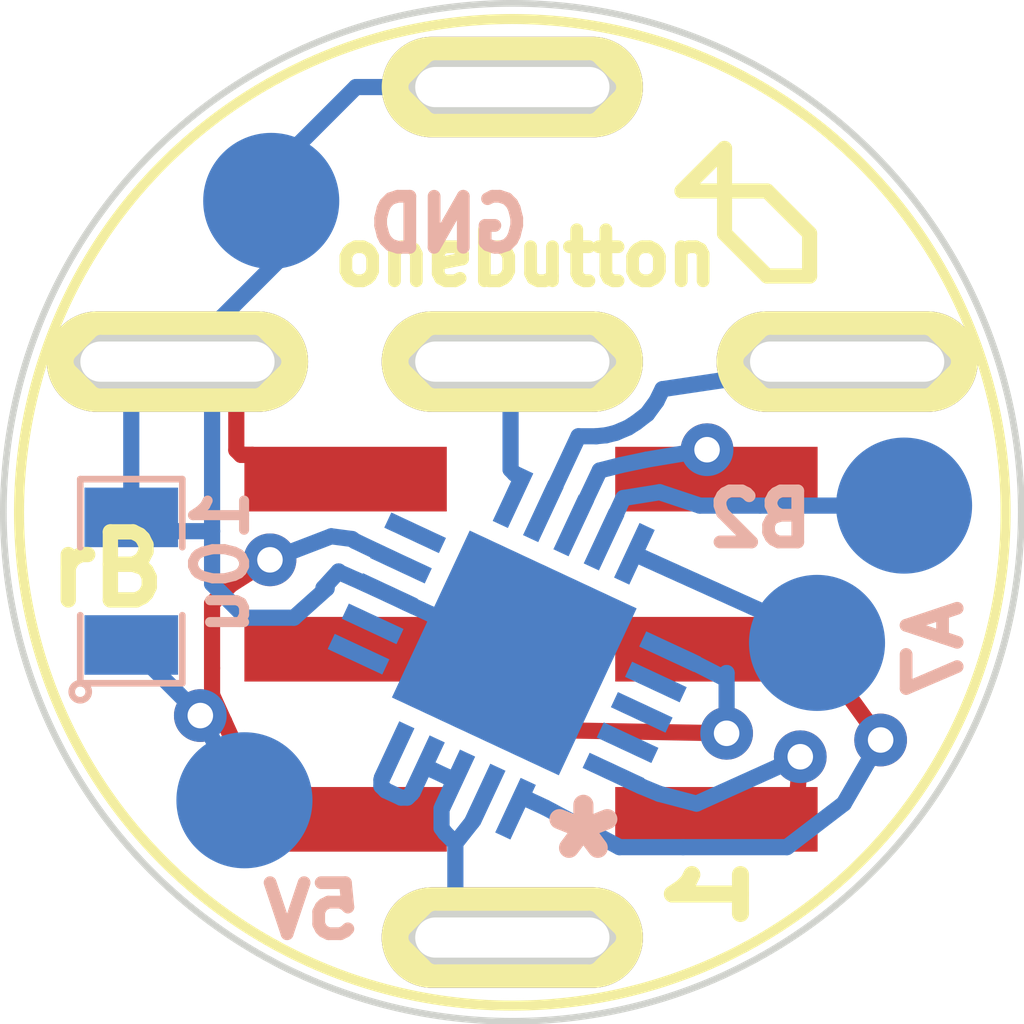
<source format=kicad_pcb>
(kicad_pcb (version 3) (host pcbnew "(2013-jul-07)-stable")

  (general
    (links 21)
    (no_connects 0)
    (area 92.317699 41.4587 107.937033 60.384182)
    (thickness 1.6)
    (drawings 51)
    (tracks 140)
    (zones 0)
    (modules 8)
    (nets 12)
  )

  (page User 139.7 127)
  (layers
    (15 F.Cu signal)
    (0 B.Cu signal)
    (16 B.Adhes user)
    (17 F.Adhes user)
    (18 B.Paste user)
    (19 F.Paste user)
    (20 B.SilkS user)
    (21 F.SilkS user)
    (22 B.Mask user)
    (23 F.Mask user)
    (24 Dwgs.User user)
    (25 Cmts.User user)
    (26 Eco1.User user)
    (27 Eco2.User user)
    (28 Edge.Cuts user)
  )

  (setup
    (last_trace_width 0.2413)
    (trace_clearance 0.2413)
    (zone_clearance 0.508)
    (zone_45_only no)
    (trace_min 0.2413)
    (segment_width 0.2254)
    (edge_width 0.2)
    (via_size 0.7874)
    (via_drill 0.381)
    (via_min_size 0.762)
    (via_min_drill 0.381)
    (uvia_size 0.508)
    (uvia_drill 0.127)
    (uvias_allowed no)
    (uvia_min_size 0.508)
    (uvia_min_drill 0.127)
    (pcb_text_width 0.3)
    (pcb_text_size 1.5 1.5)
    (mod_edge_width 0.15)
    (mod_text_size 1 1)
    (mod_text_width 0.15)
    (pad_size 3.9 1.5)
    (pad_drill 2.9)
    (pad_to_mask_clearance 0.0508)
    (solder_mask_min_width 0.0508)
    (aux_axis_origin 0 0)
    (visible_elements FFFFFFBF)
    (pcbplotparams
      (layerselection 284196865)
      (usegerberextensions true)
      (excludeedgelayer true)
      (linewidth 0.150000)
      (plotframeref false)
      (viasonmask false)
      (mode 1)
      (useauxorigin false)
      (hpglpennumber 1)
      (hpglpenspeed 20)
      (hpglpendiameter 15)
      (hpglpenoverlay 2)
      (psnegative false)
      (psa4output false)
      (plotreference true)
      (plotvalue true)
      (plotothertext true)
      (plotinvisibletext false)
      (padsonsilk false)
      (subtractmaskfromsilk false)
      (outputformat 1)
      (mirror false)
      (drillshape 0)
      (scaleselection 1)
      (outputdirectory t441-onebuttonB-gerbers))
  )

  (net 0 "")
  (net 1 +5V)
  (net 2 GND)
  (net 3 MISO)
  (net 4 MOSI)
  (net 5 N-000008)
  (net 6 N-000009)
  (net 7 RST)
  (net 8 SA)
  (net 9 SB)
  (net 10 SCK)
  (net 11 WS)

  (net_class Default "This is the default net class."
    (clearance 0.2413)
    (trace_width 0.2413)
    (via_dia 0.7874)
    (via_drill 0.381)
    (uvia_dia 0.508)
    (uvia_drill 0.127)
    (add_net "")
    (add_net MISO)
    (add_net MOSI)
    (add_net N-000008)
    (add_net N-000009)
    (add_net RST)
    (add_net SA)
    (add_net SB)
    (add_net SCK)
    (add_net WS)
  )

  (net_class POWER ""
    (clearance 0.2413)
    (trace_width 0.2413)
    (via_dia 0.7874)
    (via_drill 0.381)
    (uvia_dia 0.508)
    (uvia_drill 0.127)
    (add_net +5V)
    (add_net GND)
  )

  (module SM0805 (layer B.Cu) (tedit 552306F7) (tstamp 54D25809)
    (at 94.3102 51.0286 90)
    (path /54D25909)
    (attr smd)
    (fp_text reference C2 (at 0.03 1.75 90) (layer B.SilkS) hide
      (effects (font (size 1 1) (thickness 0.15)) (justify mirror))
    )
    (fp_text value 10u (at 0.2786 1.3398 90) (layer B.SilkS)
      (effects (font (size 0.762 0.762) (thickness 0.15)) (justify mirror))
    )
    (fp_circle (center -1.651 -0.762) (end -1.651 -0.635) (layer B.SilkS) (width 0.09906))
    (fp_line (start -0.508 -0.762) (end -1.524 -0.762) (layer B.SilkS) (width 0.09906))
    (fp_line (start -1.524 -0.762) (end -1.524 0.762) (layer B.SilkS) (width 0.09906))
    (fp_line (start -1.524 0.762) (end -0.508 0.762) (layer B.SilkS) (width 0.09906))
    (fp_line (start 0.508 0.762) (end 1.524 0.762) (layer B.SilkS) (width 0.09906))
    (fp_line (start 1.524 0.762) (end 1.524 -0.762) (layer B.SilkS) (width 0.09906))
    (fp_line (start 1.524 -0.762) (end 0.508 -0.762) (layer B.SilkS) (width 0.09906))
    (pad 1 smd rect (at -0.9525 0 90) (size 0.889 1.397)
      (layers B.Cu B.Paste B.Mask)
      (net 1 +5V)
    )
    (pad 2 smd rect (at 0.9525 0 90) (size 0.889 1.397)
      (layers B.Cu B.Paste B.Mask)
      (net 2 GND)
    )
    (model smd/chip_cms.wrl
      (at (xyz 0 0 0))
      (scale (xyz 0.1 0.1 0.1))
      (rotate (xyz 0 0 0))
    )
  )

  (module RIBBON6SMT (layer F.Cu) (tedit 54E679FA) (tstamp 54D25820)
    (at 97.5106 54.5846 90)
    (path /54D258DD)
    (fp_text reference J1 (at 0 -3.81 90) (layer F.SilkS) hide
      (effects (font (size 1 1) (thickness 0.15)))
    )
    (fp_text value AVRISP6 (at 2.3799 3.0172 90) (layer F.SilkS) hide
      (effects (font (size 1 1) (thickness 0.15)))
    )
    (pad 2 smd rect (at 0 0 90) (size 0.9652 3.0226)
      (layers F.Cu F.Paste F.Mask)
      (net 1 +5V)
    )
    (pad 4 smd rect (at 2.54 0 90) (size 0.9652 3.0226)
      (layers F.Cu F.Paste F.Mask)
      (net 4 MOSI)
    )
    (pad 6 smd rect (at 5.08 0 90) (size 0.9652 3.0226)
      (layers F.Cu F.Paste F.Mask)
      (net 2 GND)
    )
    (pad 1 smd rect (at 0 5.5372 90) (size 0.9652 3.0226)
      (layers F.Cu F.Paste F.Mask)
      (net 3 MISO)
    )
    (pad 3 smd rect (at 2.54 5.5372 90) (size 0.9652 3.0226)
      (layers F.Cu F.Paste F.Mask)
      (net 10 SCK)
    )
    (pad 5 smd rect (at 5.08 5.5372 90) (size 0.9652 3.0226)
      (layers F.Cu F.Paste F.Mask)
      (net 7 RST)
    )
  )

  (module QFN20 (layer B.Cu) (tedit 54E6A80E) (tstamp 54D25839)
    (at 100.0292 52.0999 65)
    (path /54D2587C)
    (fp_text reference U1 (at -2.49428 2.23012 65) (layer B.SilkS) hide
      (effects (font (size 1 1) (thickness 0.15)) (justify mirror))
    )
    (fp_text value ATTINY441-QFN (at -0.21156 3.50368 65) (layer B.SilkS) hide
      (effects (font (size 1 1) (thickness 0.15)) (justify mirror))
    )
    (pad 21 smd rect (at 0 0 65) (size 2.75 2.75)
      (layers B.Cu B.Paste B.Mask)
      (net 2 GND)
    )
    (pad 1 smd rect (at -2.1 1 65) (size 0.9 0.25)
      (layers B.Cu B.Paste B.Mask)
      (net 10 SCK)
    )
    (pad 2 smd rect (at -2.1 0.5 65) (size 0.9 0.25)
      (layers B.Cu B.Paste B.Mask)
      (net 11 WS)
    )
    (pad 3 smd rect (at -2.1 0 65) (size 0.9 0.25)
      (layers B.Cu B.Paste B.Mask)
      (net 11 WS)
    )
    (pad 4 smd rect (at -2.1 -0.5 65) (size 0.9 0.25)
      (layers B.Cu B.Paste B.Mask)
      (net 11 WS)
    )
    (pad 5 smd rect (at -2.1 -1 65) (size 0.9 0.25)
      (layers B.Cu B.Paste B.Mask)
      (net 11 WS)
    )
    (pad 6 smd rect (at -1 -2.1 335) (size 0.9 0.25)
      (layers B.Cu B.Paste B.Mask)
    )
    (pad 7 smd rect (at -0.5 -2.1 335) (size 0.9 0.25)
      (layers B.Cu B.Paste B.Mask)
    )
    (pad 8 smd rect (at 0 -2.1 335) (size 0.9 0.25)
      (layers B.Cu B.Paste B.Mask)
      (net 2 GND)
    )
    (pad 9 smd rect (at 0.5 -2.1 335) (size 0.9 0.25)
      (layers B.Cu B.Paste B.Mask)
      (net 1 +5V)
    )
    (pad 10 smd rect (at 1 -2.1 335) (size 0.9 0.25)
      (layers B.Cu B.Paste B.Mask)
    )
    (pad 11 smd rect (at 2.1 -1 245) (size 0.9 0.25)
      (layers B.Cu B.Paste B.Mask)
      (net 9 SB)
    )
    (pad 12 smd rect (at 2.1 -0.5 245) (size 0.9 0.25)
      (layers B.Cu B.Paste B.Mask)
      (net 8 SA)
    )
    (pad 13 smd rect (at 2.1 0 245) (size 0.9 0.25)
      (layers B.Cu B.Paste B.Mask)
      (net 7 RST)
    )
    (pad 14 smd rect (at 2.1 0.5 245) (size 0.9 0.25)
      (layers B.Cu B.Paste B.Mask)
      (net 5 N-000008)
    )
    (pad 15 smd rect (at 2.1 1 245) (size 0.9 0.25)
      (layers B.Cu B.Paste B.Mask)
      (net 6 N-000009)
    )
    (pad 16 smd rect (at 1 2.1 155) (size 0.9 0.25)
      (layers B.Cu B.Paste B.Mask)
      (net 4 MOSI)
    )
    (pad 17 smd rect (at 0.5 2.1 155) (size 0.9 0.25)
      (layers B.Cu B.Paste B.Mask)
    )
    (pad 18 smd rect (at 0 2.1 155) (size 0.9 0.25)
      (layers B.Cu B.Paste B.Mask)
    )
    (pad 19 smd rect (at -0.5 2.1 155) (size 0.9 0.25)
      (layers B.Cu B.Paste B.Mask)
    )
    (pad 20 smd rect (at -1 2.1 155) (size 0.9 0.25)
      (layers B.Cu B.Paste B.Mask)
      (net 3 MISO)
    )
  )

  (module WS_SWITCH (layer F.Cu) (tedit 54E679ED) (tstamp 54E67376)
    (at 100 50)
    (path /54E66EBF)
    (fp_text reference SW1 (at -0.254 -4.191) (layer F.SilkS) hide
      (effects (font (size 1 1) (thickness 0.15)))
    )
    (fp_text value WS_SWITCH (at 0.127 0.254) (layer F.SilkS) hide
      (effects (font (size 1 1) (thickness 0.15)))
    )
    (fp_circle (center 0 0) (end 7.366 0) (layer F.SilkS) (width 0.15))
    (pad 1 thru_hole oval (at -5 -2.25) (size 3.9 1.5) (drill oval 2.9 0.6)
      (layers *.Cu *.Mask F.SilkS)
      (net 2 GND)
    )
    (pad 2 thru_hole oval (at 0 -2.25) (size 3.9 1.5) (drill oval 2.9 0.6)
      (layers *.Cu *.Mask F.SilkS)
      (net 9 SB)
    )
    (pad 3 thru_hole oval (at 5 -2.25) (size 3.9 1.5) (drill oval 2.9 0.6)
      (layers *.Cu *.Mask F.SilkS)
      (net 8 SA)
    )
    (pad 4 thru_hole oval (at 0 -6.35) (size 3.9 1.5) (drill oval 2.9 0.6)
      (layers *.Cu *.Mask F.SilkS)
      (net 2 GND)
    )
    (pad 5 thru_hole oval (at 0 6.35) (size 3.9 1.5) (drill oval 2.9 0.6)
      (layers *.Cu *.Mask F.SilkS)
      (net 11 WS)
    )
  )

  (module .1SMTPIN (layer B.Cu) (tedit 5523063F) (tstamp 552304F5)
    (at 104.55 51.95)
    (path /552304AD)
    (fp_text reference P1 (at 0 0) (layer B.SilkS) hide
      (effects (font (size 1.524 1.524) (thickness 0.3048)) (justify mirror))
    )
    (fp_text value A7 (at 1.75 0.1 90) (layer B.SilkS)
      (effects (font (size 0.762 0.762) (thickness 0.1905)) (justify mirror))
    )
    (pad 1 smd circle (at 0 0) (size 2.032 2.032)
      (layers B.Cu B.Paste B.Mask)
      (net 6 N-000009)
    )
  )

  (module .1SMTPIN (layer B.Cu) (tedit 5523063B) (tstamp 552304FA)
    (at 105.85 49.9)
    (path /552304F5)
    (fp_text reference P2 (at 0 0) (layer B.SilkS) hide
      (effects (font (size 1.524 1.524) (thickness 0.3048)) (justify mirror))
    )
    (fp_text value B2 (at -2.15 0.2) (layer B.SilkS)
      (effects (font (size 0.762 0.762) (thickness 0.1905)) (justify mirror))
    )
    (pad 1 smd circle (at 0 0) (size 2.032 2.032)
      (layers B.Cu B.Paste B.Mask)
      (net 5 N-000008)
    )
  )

  (module .1SMTPIN (layer B.Cu) (tedit 552306D6) (tstamp 55230698)
    (at 96 54.3)
    (path /5523066C)
    (fp_text reference P3 (at 0 0) (layer B.SilkS) hide
      (effects (font (size 1.524 1.524) (thickness 0.3048)) (justify mirror))
    )
    (fp_text value 5V (at 1 1.65) (layer B.SilkS)
      (effects (font (size 0.762 0.762) (thickness 0.1905)) (justify mirror))
    )
    (pad 1 smd circle (at 0 0) (size 2.032 2.032)
      (layers B.Cu B.Paste B.Mask)
      (net 1 +5V)
    )
  )

  (module .1SMTPIN (layer B.Cu) (tedit 552306FF) (tstamp 5523069D)
    (at 96.4 45.35)
    (path /55230672)
    (fp_text reference P4 (at 0 0) (layer B.SilkS) hide
      (effects (font (size 1.524 1.524) (thickness 0.3048)) (justify mirror))
    )
    (fp_text value GND (at 2.65 0.35) (layer B.SilkS)
      (effects (font (size 0.762 0.762) (thickness 0.1905)) (justify mirror))
    )
    (pad 1 smd circle (at 0 0) (size 2.032 2.032)
      (layers B.Cu B.Paste B.Mask)
      (net 2 GND)
    )
  )

  (gr_text onebutton (at 100.2 46.2) (layer F.SilkS)
    (effects (font (size 0.762 0.762) (thickness 0.1905)))
  )
  (gr_text rB (at 93.95 50.85) (layer F.SilkS)
    (effects (font (size 1.016 1.016) (thickness 0.2286)))
  )
  (gr_line (start 93.55 47.75) (end 93.8 47.5) (angle 90) (layer Edge.Cuts) (width 0.2) (tstamp 552303BD))
  (gr_line (start 93.8 47.5) (end 93.85 47.45) (angle 90) (layer Edge.Cuts) (width 0.2) (tstamp 552303BC))
  (gr_line (start 93.85 47.45) (end 96.15 47.45) (angle 90) (layer Edge.Cuts) (width 0.2) (tstamp 552303BB))
  (gr_line (start 96.15 47.45) (end 96.45 47.75) (angle 90) (layer Edge.Cuts) (width 0.2) (tstamp 552303BA))
  (gr_line (start 96.45 47.75) (end 96.15 48.05) (angle 90) (layer Edge.Cuts) (width 0.2) (tstamp 552303B9))
  (gr_line (start 96.15 48.05) (end 93.85 48.05) (angle 90) (layer Edge.Cuts) (width 0.2) (tstamp 552303B8))
  (gr_line (start 93.85 48.05) (end 93.55 47.75) (angle 90) (layer Edge.Cuts) (width 0.2) (tstamp 552303B7))
  (gr_line (start 98.85 56.65) (end 98.55 56.35) (angle 90) (layer Edge.Cuts) (width 0.2) (tstamp 552303B5))
  (gr_line (start 101.15 56.65) (end 98.85 56.65) (angle 90) (layer Edge.Cuts) (width 0.2) (tstamp 552303B4))
  (gr_line (start 101.45 56.35) (end 101.15 56.65) (angle 90) (layer Edge.Cuts) (width 0.2) (tstamp 552303B3))
  (gr_line (start 101.15 56.05) (end 101.45 56.35) (angle 90) (layer Edge.Cuts) (width 0.2) (tstamp 552303B2))
  (gr_line (start 98.85 56.05) (end 101.15 56.05) (angle 90) (layer Edge.Cuts) (width 0.2) (tstamp 552303B1))
  (gr_line (start 98.8 56.1) (end 98.85 56.05) (angle 90) (layer Edge.Cuts) (width 0.2) (tstamp 552303B0))
  (gr_line (start 98.55 56.35) (end 98.8 56.1) (angle 90) (layer Edge.Cuts) (width 0.2) (tstamp 552303AF))
  (gr_line (start 98.55 47.75) (end 98.8 47.5) (angle 90) (layer Edge.Cuts) (width 0.2) (tstamp 552303AE))
  (gr_line (start 98.8 47.5) (end 98.85 47.45) (angle 90) (layer Edge.Cuts) (width 0.2) (tstamp 552303AD))
  (gr_line (start 98.85 47.45) (end 101.15 47.45) (angle 90) (layer Edge.Cuts) (width 0.2) (tstamp 552303AC))
  (gr_line (start 101.15 47.45) (end 101.45 47.75) (angle 90) (layer Edge.Cuts) (width 0.2) (tstamp 552303AB))
  (gr_line (start 101.45 47.75) (end 101.15 48.05) (angle 90) (layer Edge.Cuts) (width 0.2) (tstamp 552303AA))
  (gr_line (start 101.15 48.05) (end 98.85 48.05) (angle 90) (layer Edge.Cuts) (width 0.2) (tstamp 552303A9))
  (gr_line (start 98.85 48.05) (end 98.55 47.75) (angle 90) (layer Edge.Cuts) (width 0.2) (tstamp 552303A8))
  (gr_line (start 103.85 48.05) (end 103.55 47.75) (angle 90) (layer Edge.Cuts) (width 0.2) (tstamp 55230399))
  (gr_line (start 106.15 48.05) (end 103.85 48.05) (angle 90) (layer Edge.Cuts) (width 0.2) (tstamp 55230398))
  (gr_line (start 106.45 47.75) (end 106.15 48.05) (angle 90) (layer Edge.Cuts) (width 0.2) (tstamp 55230397))
  (gr_line (start 106.15 47.45) (end 106.45 47.75) (angle 90) (layer Edge.Cuts) (width 0.2) (tstamp 55230396))
  (gr_line (start 103.85 47.45) (end 106.15 47.45) (angle 90) (layer Edge.Cuts) (width 0.2) (tstamp 55230395))
  (gr_line (start 103.8 47.5) (end 103.85 47.45) (angle 90) (layer Edge.Cuts) (width 0.2) (tstamp 55230394))
  (gr_line (start 103.55 47.75) (end 103.8 47.5) (angle 90) (layer Edge.Cuts) (width 0.2) (tstamp 55230393))
  (gr_line (start 98.85 43.95) (end 98.55 43.65) (angle 90) (layer Edge.Cuts) (width 0.2))
  (gr_line (start 101.15 43.95) (end 98.85 43.95) (angle 90) (layer Edge.Cuts) (width 0.2))
  (gr_line (start 101.45 43.65) (end 101.15 43.95) (angle 90) (layer Edge.Cuts) (width 0.2))
  (gr_line (start 101.15 43.35) (end 101.45 43.65) (angle 90) (layer Edge.Cuts) (width 0.2))
  (gr_line (start 98.85 43.35) (end 101.15 43.35) (angle 90) (layer Edge.Cuts) (width 0.2))
  (gr_line (start 98.8 43.4) (end 98.85 43.35) (angle 90) (layer Edge.Cuts) (width 0.2))
  (gr_line (start 98.55 43.65) (end 98.8 43.4) (angle 90) (layer Edge.Cuts) (width 0.2))
  (gr_text * (at 101.06152 55.18912) (layer B.SilkS)
    (effects (font (size 1.5 1.5) (thickness 0.3)) (justify mirror))
  )
  (gr_text 1 (at 102.95 55.7 90) (layer F.SilkS)
    (effects (font (size 1.016 1.016) (thickness 0.254)) (justify mirror))
  )
  (gr_circle (center 100 50) (end 107.6 50) (layer Edge.Cuts) (width 0.1))
  (gr_line (start 104.4391 45.8367) (end 104.4391 46.4717) (angle 90) (layer F.SilkS) (width 0.2254))
  (gr_line (start 103.8041 45.2017) (end 104.4391 45.8367) (angle 90) (layer F.SilkS) (width 0.2254))
  (gr_line (start 103.1691 45.2017) (end 103.8041 45.2017) (angle 90) (layer F.SilkS) (width 0.2254))
  (gr_line (start 102.5341 45.2017) (end 103.1691 45.2017) (angle 90) (layer F.SilkS) (width 0.2254))
  (gr_line (start 103.1691 44.5667) (end 102.5341 45.2017) (angle 90) (layer F.SilkS) (width 0.2254))
  (gr_line (start 103.1691 45.2017) (end 103.1691 44.5667) (angle 90) (layer F.SilkS) (width 0.2254))
  (gr_line (start 102.5341 45.2017) (end 103.1691 45.2017) (angle 90) (layer F.SilkS) (width 0.2))
  (gr_line (start 103.1691 45.2017) (end 102.5341 45.2017) (angle 90) (layer F.SilkS) (width 0.2))
  (gr_line (start 103.1691 45.8367) (end 103.1691 45.2017) (angle 90) (layer F.SilkS) (width 0.2254))
  (gr_line (start 103.8041 46.4717) (end 103.1691 45.8367) (angle 90) (layer F.SilkS) (width 0.2254))
  (gr_line (start 104.4391 46.4717) (end 103.8041 46.4717) (angle 90) (layer F.SilkS) (width 0.2254))

  (segment (start 96 54.3) (end 95.34144 53.0352) (width 0.2413) (layer B.Cu) (net 1) (tstamp 552306D5))
  (segment (start 94.3102 51.9811) (end 94.3102 52.00396) (width 0.2413) (layer B.Cu) (net 1))
  (segment (start 95.697173 53.123813) (end 95.697173 53.123812) (width 0.2413) (layer F.Cu) (net 1) (tstamp 54E6C84E))
  (segment (start 95.430053 53.123813) (end 95.697173 53.123813) (width 0.2413) (layer F.Cu) (net 1) (tstamp 54E6C84C))
  (segment (start 95.34144 53.0352) (end 95.430053 53.123813) (width 0.2413) (layer F.Cu) (net 1) (tstamp 54E6C84B))
  (via (at 95.34144 53.0352) (size 0.7874) (layers F.Cu B.Cu) (net 1))
  (segment (start 94.3102 52.00396) (end 95.34144 53.0352) (width 0.2413) (layer B.Cu) (net 1) (tstamp 54E6C847))
  (via (at 96.3812 50.7096) (size 0.7874) (layers F.Cu B.Cu) (net 1))
  (segment (start 97.29724 50.35804) (end 96.3812 50.7096) (width 0.2413) (layer B.Cu) (net 1))
  (segment (start 97.60712 50.39868) (end 97.29724 50.35804) (width 0.2413) (layer B.Cu) (net 1))
  (segment (start 97.64822 50.42838) (end 97.60712 50.39868) (width 0.2413) (layer B.Cu) (net 1))
  (segment (start 98.0407 50.6161) (end 97.64822 50.42838) (width 0.2413) (layer B.Cu) (net 1))
  (segment (start 98.3373 50.7592) (end 98.0407 50.6161) (width 0.2413) (layer B.Cu) (net 1))
  (segment (start 95.7993 51.0792) (end 96.3812 50.7096) (width 0.2413) (layer F.Cu) (net 1))
  (segment (start 95.5165 51.362) (end 95.7993 51.0792) (width 0.2413) (layer F.Cu) (net 1))
  (segment (start 95.5165 52.3272) (end 95.5165 51.362) (width 0.2413) (layer F.Cu) (net 1))
  (segment (start 95.5165 52.7272) (end 95.5165 52.3272) (width 0.2413) (layer F.Cu) (net 1))
  (segment (start 96.12 54.052) (end 95.697173 53.123812) (width 0.2413) (layer F.Cu) (net 1))
  (segment (start 95.697173 53.123812) (end 95.5165 52.7272) (width 0.2413) (layer F.Cu) (net 1) (tstamp 54E6C84F))
  (segment (start 96.12 54.102) (end 96.12 54.052) (width 0.2413) (layer F.Cu) (net 1))
  (segment (start 96.12 54.2227) (end 96.12 54.102) (width 0.2413) (layer F.Cu) (net 1))
  (segment (start 97.5106 54.5846) (end 96.12 54.2227) (width 0.2413) (layer F.Cu) (net 1))
  (segment (start 95.5169 50.28184) (end 94.51594 50.28184) (width 0.2413) (layer B.Cu) (net 2))
  (segment (start 94.51594 50.28184) (end 94.3102 50.0761) (width 0.2413) (layer B.Cu) (net 2) (tstamp 54E6C853))
  (segment (start 94.3102 50.0761) (end 94.3102 48.4398) (width 0.2413) (layer B.Cu) (net 2))
  (segment (start 94.3102 48.4398) (end 95 47.75) (width 0.2413) (layer B.Cu) (net 2) (tstamp 54E6C844))
  (segment (start 96.5475 45.5) (end 96.5475 44.76794) (width 0.2413) (layer B.Cu) (net 2))
  (segment (start 97.66544 43.65) (end 100 43.65) (width 0.2413) (layer B.Cu) (net 2) (tstamp 54E6C832))
  (segment (start 96.5475 44.76794) (end 97.66544 43.65) (width 0.2413) (layer B.Cu) (net 2) (tstamp 54E6C831))
  (segment (start 96.5475 45.5) (end 96.5475 46.2025) (width 0.2413) (layer B.Cu) (net 2))
  (segment (start 96.5475 46.2025) (end 95 47.75) (width 0.2413) (layer B.Cu) (net 2) (tstamp 54E6A7E0))
  (segment (start 98.8914 51.5719) (end 100.0292 52.0999) (width 0.2413) (layer B.Cu) (net 2))
  (segment (start 98.782 51.5209) (end 98.8914 51.5719) (width 0.2413) (layer B.Cu) (net 2))
  (segment (start 98.5323 51.4059) (end 98.782 51.5209) (width 0.2413) (layer B.Cu) (net 2))
  (segment (start 98.4229 51.3549) (end 98.5323 51.4059) (width 0.2413) (layer B.Cu) (net 2))
  (segment (start 98.126 51.2124) (end 98.4229 51.3549) (width 0.2413) (layer B.Cu) (net 2))
  (segment (start 97.8258 51.0771) (end 98.126 51.2124) (width 0.2413) (layer B.Cu) (net 2))
  (segment (start 97.41916 50.89652) (end 97.8258 51.0771) (width 0.2413) (layer B.Cu) (net 2))
  (segment (start 97.40666 50.88422) (end 97.41916 50.89652) (width 0.2413) (layer B.Cu) (net 2))
  (segment (start 97.40576 50.88342) (end 97.40666 50.88422) (width 0.2413) (layer B.Cu) (net 2))
  (segment (start 97.1804 51.1302) (end 97.40576 50.88342) (width 0.2413) (layer B.Cu) (net 2))
  (segment (start 97.22708 51.13756) (end 97.1804 51.1302) (width 0.2413) (layer B.Cu) (net 2))
  (segment (start 96.7392 51.5739) (end 97.22708 51.13756) (width 0.2413) (layer B.Cu) (net 2))
  (segment (start 96.0232 51.5739) (end 96.7392 51.5739) (width 0.2413) (layer B.Cu) (net 2))
  (segment (start 95.5169 51.0676) (end 96.0232 51.5739) (width 0.2413) (layer B.Cu) (net 2))
  (segment (start 95.5169 47.75) (end 95.5169 50.28184) (width 0.2413) (layer B.Cu) (net 2))
  (segment (start 95.5169 50.28184) (end 95.5169 51.0676) (width 0.2413) (layer B.Cu) (net 2) (tstamp 54E6C851))
  (segment (start 95 47.75) (end 95.5169 47.75) (width 0.2413) (layer B.Cu) (net 2))
  (segment (start 95.8786 47.75) (end 95 47.75) (width 0.2413) (layer F.Cu) (net 2))
  (segment (start 95.8786 49.072) (end 95.8786 47.75) (width 0.2413) (layer F.Cu) (net 2))
  (segment (start 95.9493 49.1427) (end 95.8786 49.072) (width 0.2413) (layer F.Cu) (net 2))
  (segment (start 95.9993 49.1427) (end 95.9493 49.1427) (width 0.2413) (layer F.Cu) (net 2))
  (segment (start 96.12 49.1427) (end 95.9993 49.1427) (width 0.2413) (layer F.Cu) (net 2))
  (segment (start 97.5106 49.5046) (end 96.12 49.1427) (width 0.2413) (layer F.Cu) (net 2))
  (via (at 104.3 53.65) (size 0.7874) (layers F.Cu B.Cu) (net 3))
  (segment (start 102.75 54.35) (end 104.3 53.65) (width 0.2413) (layer B.Cu) (net 3))
  (segment (start 102.19436 54.2036) (end 102.75 54.35) (width 0.2413) (layer B.Cu) (net 3))
  (segment (start 101.9319 54.095) (end 102.19436 54.2036) (width 0.2413) (layer B.Cu) (net 3))
  (segment (start 101.9159 54.0876) (end 101.9319 54.095) (width 0.2413) (layer B.Cu) (net 3))
  (segment (start 101.8065 54.0366) (end 101.9159 54.0876) (width 0.2413) (layer B.Cu) (net 3))
  (segment (start 101.5098 53.8937) (end 101.8065 54.0366) (width 0.2413) (layer B.Cu) (net 3))
  (segment (start 103.1229 54.2227) (end 103.0478 54.5846) (width 0.2413) (layer F.Cu) (net 3))
  (segment (start 104.25 54.3) (end 103.1229 54.2227) (width 0.2413) (layer F.Cu) (net 3))
  (segment (start 104.3 53.65) (end 104.25 54.3) (width 0.2413) (layer F.Cu) (net 3))
  (via (at 103.2 53.3) (size 0.7874) (layers F.Cu B.Cu) (net 4))
  (segment (start 103.2 52.4) (end 103.2 53.3) (width 0.2413) (layer B.Cu) (net 4))
  (segment (start 103.1358 52.4616) (end 103.2 52.4) (width 0.2413) (layer B.Cu) (net 4))
  (segment (start 102.6536 52.2156) (end 103.1358 52.4616) (width 0.2413) (layer B.Cu) (net 4))
  (segment (start 102.3551 52.0811) (end 102.6536 52.2156) (width 0.2413) (layer B.Cu) (net 4))
  (segment (start 98.9012 51.6827) (end 97.5106 52.0446) (width 0.2413) (layer F.Cu) (net 4))
  (segment (start 99.0219 51.6827) (end 98.9012 51.6827) (width 0.2413) (layer F.Cu) (net 4))
  (segment (start 99.0719 51.6827) (end 99.0219 51.6827) (width 0.2413) (layer F.Cu) (net 4))
  (segment (start 100.45 53.25) (end 99.0719 51.6827) (width 0.2413) (layer F.Cu) (net 4))
  (segment (start 103.2 53.3) (end 100.45 53.25) (width 0.2413) (layer F.Cu) (net 4))
  (segment (start 101.369852 50.407963) (end 101.65842 49.78654) (width 0.2413) (layer B.Cu) (net 5) (tstamp 5523062C))
  (segment (start 103.7 49.9) (end 105.85 49.9) (width 0.2413) (layer B.Cu) (net 5) (tstamp 55230635))
  (segment (start 102.8 49.9) (end 103.7 49.9) (width 0.2413) (layer B.Cu) (net 5) (tstamp 55230634))
  (segment (start 102.2 49.7) (end 102.8 49.9) (width 0.2413) (layer B.Cu) (net 5) (tstamp 55230632))
  (segment (start 101.65842 49.78654) (end 102.2 49.7) (width 0.2413) (layer B.Cu) (net 5) (tstamp 5523062E))
  (segment (start 101.823006 50.619272) (end 104.55 51.85) (width 0.2413) (layer B.Cu) (net 6) (tstamp 55230610))
  (segment (start 100.916698 50.196654) (end 101.30536 49.37506) (width 0.2413) (layer B.Cu) (net 7) (tstamp 5523087A))
  (segment (start 102.9081 49.06518) (end 103.0478 49.5046) (width 0.2413) (layer F.Cu) (net 7) (tstamp 55230897))
  (via (at 102.9081 49.06518) (size 0.7874) (layers F.Cu B.Cu) (net 7))
  (segment (start 102.80142 49.08042) (end 102.9081 49.06518) (width 0.2413) (layer B.Cu) (net 7) (tstamp 55230894))
  (segment (start 102.01148 49.2125) (end 102.80142 49.08042) (width 0.2413) (layer B.Cu) (net 7) (tstamp 55230890))
  (segment (start 101.61524 49.29632) (end 102.01148 49.2125) (width 0.2413) (layer B.Cu) (net 7) (tstamp 5523088D))
  (segment (start 101.30536 49.37506) (end 101.61524 49.29632) (width 0.2413) (layer B.Cu) (net 7) (tstamp 5523087E))
  (segment (start 100.463544 49.985345) (end 100.98786 48.86452) (width 0.2413) (layer B.Cu) (net 8) (tstamp 55230846))
  (segment (start 102.24262 48.16094) (end 105 47.75) (width 0.2413) (layer B.Cu) (net 8) (tstamp 5523085E))
  (segment (start 102.15372 48.34128) (end 102.24262 48.16094) (width 0.2413) (layer B.Cu) (net 8) (tstamp 5523085B))
  (segment (start 102.01402 48.53178) (end 102.15372 48.34128) (width 0.2413) (layer B.Cu) (net 8) (tstamp 55230858))
  (segment (start 101.84892 48.65878) (end 102.01402 48.53178) (width 0.2413) (layer B.Cu) (net 8) (tstamp 55230856))
  (segment (start 101.72954 48.73498) (end 101.84892 48.65878) (width 0.2413) (layer B.Cu) (net 8) (tstamp 55230855))
  (segment (start 101.54412 48.81372) (end 101.72954 48.73498) (width 0.2413) (layer B.Cu) (net 8) (tstamp 55230853))
  (segment (start 101.40188 48.84928) (end 101.54412 48.81372) (width 0.2413) (layer B.Cu) (net 8) (tstamp 55230850))
  (segment (start 101.25202 48.86452) (end 101.40188 48.84928) (width 0.2413) (layer B.Cu) (net 8) (tstamp 5523084C))
  (segment (start 100.98786 48.86452) (end 101.25202 48.86452) (width 0.2413) (layer B.Cu) (net 8) (tstamp 5523084A))
  (segment (start 100.1449 49.4755) (end 100.0104 49.774) (width 0.2413) (layer B.Cu) (net 9))
  (segment (start 100.0355 49.4245) (end 100.1449 49.4755) (width 0.2413) (layer B.Cu) (net 9))
  (segment (start 99.9739 49.3603) (end 100.0355 49.4245) (width 0.2413) (layer B.Cu) (net 9))
  (segment (start 99.9739 47.75) (end 99.9739 49.3603) (width 0.2413) (layer B.Cu) (net 9))
  (segment (start 100 47.75) (end 99.9739 47.75) (width 0.2413) (layer B.Cu) (net 9))
  (via (at 105.5 53.4) (size 0.7874) (layers F.Cu B.Cu) (net 10))
  (segment (start 104.95 54.35) (end 105.5 53.4) (width 0.2413) (layer B.Cu) (net 10))
  (segment (start 104.1 55) (end 104.95 54.35) (width 0.2413) (layer B.Cu) (net 10))
  (segment (start 102.55 55) (end 104.1 55) (width 0.2413) (layer B.Cu) (net 10))
  (segment (start 101.6 55) (end 102.55 55) (width 0.2413) (layer B.Cu) (net 10))
  (segment (start 100.4943 54.41) (end 101.6 55) (width 0.2413) (layer B.Cu) (net 10))
  (segment (start 100.2471 54.2947) (end 100.4943 54.41) (width 0.2413) (layer B.Cu) (net 10))
  (segment (start 100.1377 54.2437) (end 100.2471 54.2947) (width 0.2413) (layer B.Cu) (net 10))
  (segment (start 100.048 54.4258) (end 100.1377 54.2437) (width 0.2413) (layer B.Cu) (net 10))
  (segment (start 104.3743 52.4065) (end 103.0478 52.0446) (width 0.2413) (layer F.Cu) (net 10))
  (segment (start 104.85 52.5) (end 104.3743 52.4065) (width 0.2413) (layer F.Cu) (net 10))
  (segment (start 105.5 53.4) (end 104.85 52.5) (width 0.2413) (layer F.Cu) (net 10))
  (segment (start 99.1378 54.0013) (end 99.1417 54.0031) (width 0.2413) (layer B.Cu) (net 11))
  (segment (start 99.0284 53.9503) (end 99.1378 54.0013) (width 0.2413) (layer B.Cu) (net 11))
  (segment (start 98.8018 53.8446) (end 99.0284 53.9503) (width 0.2413) (layer B.Cu) (net 11))
  (segment (start 98.6924 53.7936) (end 98.8018 53.8446) (width 0.2413) (layer B.Cu) (net 11))
  (segment (start 98.6885 53.7918) (end 98.6924 53.7936) (width 0.2413) (layer B.Cu) (net 11))
  (segment (start 99.0009 54.3008) (end 99.1417 54.0031) (width 0.2413) (layer B.Cu) (net 11))
  (segment (start 98.9499 54.4102) (end 99.0009 54.3008) (width 0.2413) (layer B.Cu) (net 11))
  (segment (start 98.943 54.4252) (end 98.9499 54.4102) (width 0.2413) (layer B.Cu) (net 11))
  (segment (start 98.943 54.7138) (end 98.943 54.4252) (width 0.2413) (layer B.Cu) (net 11))
  (segment (start 98.9963 54.788) (end 98.943 54.7138) (width 0.2413) (layer B.Cu) (net 11))
  (segment (start 99.1496 54.9414) (end 98.9963 54.788) (width 0.2413) (layer B.Cu) (net 11))
  (segment (start 99.1496 56.35) (end 100 56.35) (width 0.2413) (layer B.Cu) (net 11))
  (segment (start 99.1496 54.9414) (end 99.1496 56.35) (width 0.2413) (layer B.Cu) (net 11))
  (segment (start 99.4026 54.6213) (end 99.1496 54.9414) (width 0.2413) (layer B.Cu) (net 11))
  (segment (start 99.4536 54.5119) (end 99.4026 54.6213) (width 0.2413) (layer B.Cu) (net 11))
  (segment (start 99.5949 54.2145) (end 99.4536 54.5119) (width 0.2413) (layer B.Cu) (net 11))
  (segment (start 98.1001 53.8807) (end 98.2354 53.5805) (width 0.2413) (layer B.Cu) (net 11))
  (segment (start 98.0491 53.9901) (end 98.1001 53.8807) (width 0.2413) (layer B.Cu) (net 11))
  (segment (start 98.0451 53.9942) (end 98.0491 53.9901) (width 0.2413) (layer B.Cu) (net 11))
  (segment (start 98.0451 54.0882) (end 98.0451 53.9942) (width 0.2413) (layer B.Cu) (net 11))
  (segment (start 98.1115 54.1546) (end 98.0451 54.0882) (width 0.2413) (layer B.Cu) (net 11))
  (segment (start 98.338 54.2602) (end 98.1115 54.1546) (width 0.2413) (layer B.Cu) (net 11))
  (segment (start 98.432 54.2602) (end 98.338 54.2602) (width 0.2413) (layer B.Cu) (net 11))
  (segment (start 98.4962 54.1986) (end 98.432 54.2602) (width 0.2413) (layer B.Cu) (net 11))
  (segment (start 98.5472 54.0892) (end 98.4962 54.1986) (width 0.2413) (layer B.Cu) (net 11))
  (segment (start 98.6885 53.7918) (end 98.5472 54.0892) (width 0.2413) (layer B.Cu) (net 11))

)

</source>
